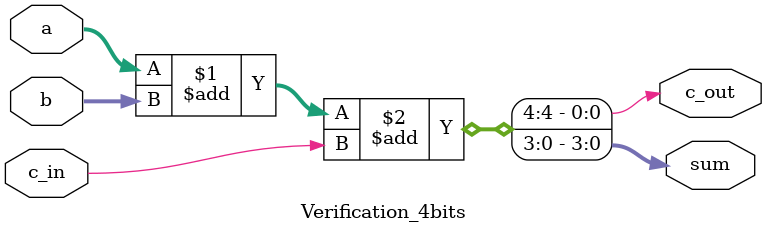
<source format=v>
`timescale 1ns / 1ps


module Verification_4bits(
input [3:0] a,
input [3:0] b,
input c_in,
output c_out,
output [3:0] sum
);

assign {c_out, sum} = a + b + c_in;

endmodule

</source>
